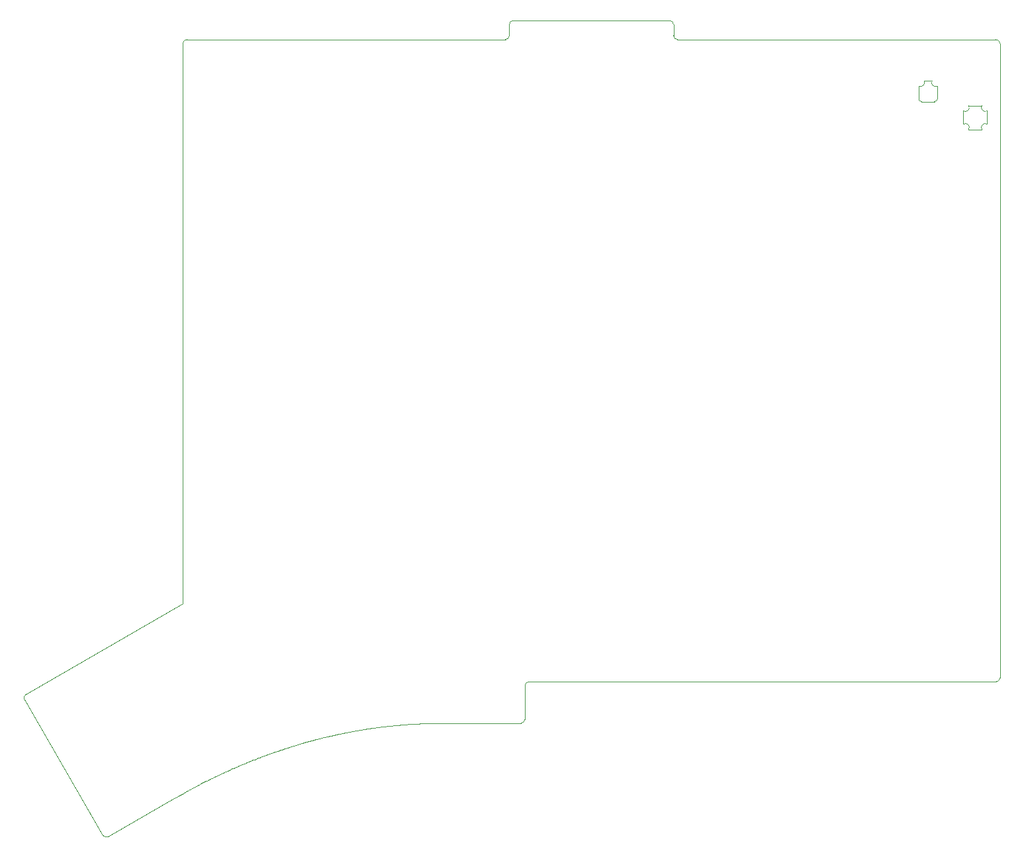
<source format=gbr>
%TF.GenerationSoftware,KiCad,Pcbnew,7.0.1*%
%TF.CreationDate,2023-05-27T21:35:13-04:00*%
%TF.ProjectId,pcb-right,7063622d-7269-4676-9874-2e6b69636164,0.3*%
%TF.SameCoordinates,Original*%
%TF.FileFunction,Profile,NP*%
%FSLAX46Y46*%
G04 Gerber Fmt 4.6, Leading zero omitted, Abs format (unit mm)*
G04 Created by KiCad (PCBNEW 7.0.1) date 2023-05-27 21:35:13*
%MOMM*%
%LPD*%
G01*
G04 APERTURE LIST*
%TA.AperFunction,Profile*%
%ADD10C,0.020000*%
%TD*%
%ADD11C,0.020000*%
%TA.AperFunction,Profile*%
%ADD12C,0.120000*%
%TD*%
G04 APERTURE END LIST*
D10*
X99450000Y-30687500D02*
G75*
G03*
X98950000Y-31187500I0J-500000D01*
G01*
X119950000Y-32612500D02*
X119950000Y-31187500D01*
X47614746Y-135080767D02*
X56275000Y-130080767D01*
D11*
X83227885Y-120973536D02*
X83160962Y-120981209D01*
X83093794Y-120988984D01*
X83026122Y-120996900D01*
X82957688Y-121005001D01*
X82888234Y-121013329D01*
X82817502Y-121021926D01*
X82745232Y-121030835D01*
X82671167Y-121040098D01*
X82595048Y-121049756D01*
X82516617Y-121059853D01*
X82435616Y-121070430D01*
X82351786Y-121081531D01*
X82264869Y-121093196D01*
X82174607Y-121105469D01*
X82080740Y-121118392D01*
X81983012Y-121132006D01*
X81881163Y-121146355D01*
X81774935Y-121161481D01*
X81664070Y-121177425D01*
X81548309Y-121194230D01*
X81427395Y-121211939D01*
X81301068Y-121230593D01*
X81169071Y-121250235D01*
X81031145Y-121270908D01*
X80887031Y-121292653D01*
X80736472Y-121315512D01*
X80579209Y-121339529D01*
X80414983Y-121364745D01*
X80243537Y-121391203D01*
X80064612Y-121418944D01*
X79877949Y-121448012D01*
X79683291Y-121478448D01*
D10*
X98450000Y-33112500D02*
G75*
G03*
X98950000Y-32612500I0J500000D01*
G01*
X100450000Y-120562500D02*
G75*
G03*
X100950000Y-120062500I0J500000D01*
G01*
D11*
X76185673Y-122174356D02*
X76120515Y-122189199D01*
X76055120Y-122204167D01*
X75989238Y-122219329D01*
X75922617Y-122234754D01*
X75855006Y-122250512D01*
X75786154Y-122266672D01*
X75715809Y-122283304D01*
X75643722Y-122300478D01*
X75569639Y-122318263D01*
X75493312Y-122336729D01*
X75414487Y-122355946D01*
X75332914Y-122375982D01*
X75248343Y-122396909D01*
X75160521Y-122418794D01*
X75069198Y-122441709D01*
X74974123Y-122465722D01*
X74875044Y-122490903D01*
X74771710Y-122517322D01*
X74663871Y-122545048D01*
X74551275Y-122574151D01*
X74433670Y-122604701D01*
X74310806Y-122636766D01*
X74182432Y-122670418D01*
X74048297Y-122705725D01*
X73908149Y-122742756D01*
X73761737Y-122781583D01*
X73608810Y-122822273D01*
X73449118Y-122864897D01*
X73282408Y-122909525D01*
X73108430Y-122956225D01*
X72926932Y-123005068D01*
X72737665Y-123056124D01*
D10*
X101450000Y-115287500D02*
G75*
G03*
X100950000Y-115787500I0J-500000D01*
G01*
X57200000Y-105298006D02*
X37114746Y-116894233D01*
D11*
X59463830Y-128338699D02*
X59403520Y-128369837D01*
X59342994Y-128401158D01*
X59282019Y-128432791D01*
X59220363Y-128464870D01*
X59157793Y-128497527D01*
X59094078Y-128530894D01*
X59028986Y-128565103D01*
X58962283Y-128600287D01*
X58893739Y-128636577D01*
X58823121Y-128674107D01*
X58750197Y-128713007D01*
X58674735Y-128753410D01*
X58596502Y-128795449D01*
X58515267Y-128839256D01*
X58430798Y-128884963D01*
X58342862Y-128932701D01*
X58251227Y-128982604D01*
X58155661Y-129034804D01*
X58055932Y-129089432D01*
X57951808Y-129146621D01*
X57843056Y-129206503D01*
X57729445Y-129269211D01*
X57610743Y-129334876D01*
X57486717Y-129403631D01*
X57357135Y-129475608D01*
X57221765Y-129550939D01*
X57080375Y-129629756D01*
X56932733Y-129712192D01*
X56778606Y-129798379D01*
X56617763Y-129888449D01*
X56449972Y-129982534D01*
X56275000Y-130080767D01*
D10*
X100950000Y-120062500D02*
X100950000Y-115787500D01*
X161700000Y-33612500D02*
G75*
G03*
X161200000Y-33112500I-500000J0D01*
G01*
X57700000Y-33112500D02*
G75*
G03*
X57200000Y-33612500I0J-500000D01*
G01*
D11*
X72737665Y-123056124D02*
X72673461Y-123074410D01*
X72609024Y-123092833D01*
X72544109Y-123111474D01*
X72478467Y-123130417D01*
X72411850Y-123149743D01*
X72344012Y-123169536D01*
X72274705Y-123189878D01*
X72203682Y-123210852D01*
X72130696Y-123232540D01*
X72055499Y-123255026D01*
X71977844Y-123278392D01*
X71897483Y-123302721D01*
X71814170Y-123328095D01*
X71727657Y-123354597D01*
X71637696Y-123382310D01*
X71544041Y-123411317D01*
X71446443Y-123441700D01*
X71344656Y-123473542D01*
X71238433Y-123506925D01*
X71127525Y-123541933D01*
X71011687Y-123578648D01*
X70890669Y-123617152D01*
X70764226Y-123657529D01*
X70632109Y-123699861D01*
X70494072Y-123744231D01*
X70349867Y-123790722D01*
X70199246Y-123839415D01*
X70041963Y-123890395D01*
X69877770Y-123943743D01*
X69706420Y-123999543D01*
X69527665Y-124057876D01*
X69341259Y-124118827D01*
D10*
X161200000Y-115287500D02*
G75*
G03*
X161700000Y-114787500I0J500000D01*
G01*
X57200000Y-105298006D02*
X57200000Y-33612500D01*
X37114773Y-116894280D02*
G75*
G03*
X36931733Y-117577246I250027J-433020D01*
G01*
D11*
X86817225Y-120666041D02*
X86749477Y-120669947D01*
X86681481Y-120673940D01*
X86612974Y-120678050D01*
X86543695Y-120682304D01*
X86473382Y-120686729D01*
X86401773Y-120691355D01*
X86328607Y-120696208D01*
X86253622Y-120701317D01*
X86176556Y-120706710D01*
X86097147Y-120712415D01*
X86015135Y-120718460D01*
X85930256Y-120724873D01*
X85842251Y-120731682D01*
X85750856Y-120738915D01*
X85655810Y-120746599D01*
X85556852Y-120754764D01*
X85453719Y-120763437D01*
X85346151Y-120772646D01*
X85233885Y-120782418D01*
X85116659Y-120792783D01*
X84994213Y-120803768D01*
X84866285Y-120815401D01*
X84732612Y-120827710D01*
X84592933Y-120840723D01*
X84446986Y-120854468D01*
X84294510Y-120868973D01*
X84135243Y-120884267D01*
X83968924Y-120900376D01*
X83795290Y-120917330D01*
X83614080Y-120935156D01*
X83425032Y-120953881D01*
X83227885Y-120973536D01*
D10*
X90450000Y-120562500D02*
X100450000Y-120562500D01*
X98950000Y-32612500D02*
X98950000Y-31187500D01*
X36931733Y-117577246D02*
X46931733Y-134897754D01*
X119950000Y-31187500D02*
G75*
G03*
X119450000Y-30687500I-500000J0D01*
G01*
X46931694Y-134897777D02*
G75*
G03*
X47614746Y-135080767I433006J249977D01*
G01*
X161700000Y-114787500D02*
X161700000Y-33612500D01*
X99450000Y-30687500D02*
X119450000Y-30687500D01*
X101450000Y-115287500D02*
X161200000Y-115287500D01*
D11*
X79683291Y-121478448D02*
X79617226Y-121489761D01*
X79550920Y-121501186D01*
X79484119Y-121512779D01*
X79416567Y-121524596D01*
X79348009Y-121536694D01*
X79278191Y-121549128D01*
X79206857Y-121561955D01*
X79133754Y-121575231D01*
X79058625Y-121589011D01*
X78981217Y-121603353D01*
X78901274Y-121618311D01*
X78818542Y-121633943D01*
X78732766Y-121650304D01*
X78643690Y-121667450D01*
X78551061Y-121685438D01*
X78454622Y-121704323D01*
X78354120Y-121724162D01*
X78249300Y-121745011D01*
X78139906Y-121766926D01*
X78025685Y-121789963D01*
X77906380Y-121814179D01*
X77781738Y-121839628D01*
X77651503Y-121866368D01*
X77515420Y-121894455D01*
X77373236Y-121923944D01*
X77224694Y-121954892D01*
X77069540Y-121987355D01*
X76907519Y-122021388D01*
X76738377Y-122057049D01*
X76561858Y-122094393D01*
X76377709Y-122133477D01*
X76185673Y-122174356D01*
X62704552Y-126763954D02*
X62643271Y-126791959D01*
X62581771Y-126820134D01*
X62519813Y-126848598D01*
X62457163Y-126877470D01*
X62393584Y-126906871D01*
X62328841Y-126936920D01*
X62262697Y-126967738D01*
X62194916Y-126999444D01*
X62125264Y-127032158D01*
X62053503Y-127066001D01*
X61979398Y-127101092D01*
X61902712Y-127137551D01*
X61823211Y-127175498D01*
X61740657Y-127215053D01*
X61654816Y-127256335D01*
X61565451Y-127299466D01*
X61472325Y-127344564D01*
X61375204Y-127391749D01*
X61273852Y-127441142D01*
X61168031Y-127492863D01*
X61057507Y-127547031D01*
X60942044Y-127603766D01*
X60821405Y-127663188D01*
X60695355Y-127725417D01*
X60563657Y-127790574D01*
X60426076Y-127858777D01*
X60282376Y-127930147D01*
X60132321Y-128004804D01*
X59975674Y-128082868D01*
X59812201Y-128164458D01*
X59641665Y-128249695D01*
X59463830Y-128338699D01*
X65996974Y-125356491D02*
X65934723Y-125381344D01*
X65872248Y-125406355D01*
X65809309Y-125431631D01*
X65745665Y-125457279D01*
X65681079Y-125483408D01*
X65615308Y-125510125D01*
X65548115Y-125537538D01*
X65479258Y-125565754D01*
X65408499Y-125594881D01*
X65335598Y-125625028D01*
X65260314Y-125656300D01*
X65182409Y-125688807D01*
X65101642Y-125722656D01*
X65017774Y-125757954D01*
X64930565Y-125794810D01*
X64839776Y-125833330D01*
X64745166Y-125873623D01*
X64646495Y-125915796D01*
X64543525Y-125959958D01*
X64436016Y-126006215D01*
X64323727Y-126054675D01*
X64206419Y-126105446D01*
X64083852Y-126158636D01*
X63955787Y-126214352D01*
X63821983Y-126272702D01*
X63682202Y-126333794D01*
X63536203Y-126397736D01*
X63383746Y-126464635D01*
X63224592Y-126534598D01*
X63058502Y-126607734D01*
X62885235Y-126684150D01*
X62704552Y-126763954D01*
D10*
X120450000Y-33112500D02*
X161200000Y-33112500D01*
X57700000Y-33112500D02*
X98450000Y-33112500D01*
D11*
X69341259Y-124118827D02*
X69278032Y-124140453D01*
X69214577Y-124162226D01*
X69150650Y-124184241D01*
X69086009Y-124206594D01*
X69020408Y-124229379D01*
X68953605Y-124252692D01*
X68885356Y-124276628D01*
X68815418Y-124301283D01*
X68743547Y-124326752D01*
X68669500Y-124353130D01*
X68593033Y-124380513D01*
X68513903Y-124408996D01*
X68431865Y-124438674D01*
X68346678Y-124469643D01*
X68258096Y-124501998D01*
X68165877Y-124535834D01*
X68069777Y-124571247D01*
X67969553Y-124608333D01*
X67864960Y-124647185D01*
X67755756Y-124687901D01*
X67641697Y-124730575D01*
X67522540Y-124775302D01*
X67398040Y-124822178D01*
X67267955Y-124871298D01*
X67132041Y-124922758D01*
X66990054Y-124976652D01*
X66841752Y-125033077D01*
X66686889Y-125092127D01*
X66525224Y-125153898D01*
X66356512Y-125218486D01*
X66180509Y-125285985D01*
X65996974Y-125356491D01*
D10*
X119950000Y-32612500D02*
G75*
G03*
X120450000Y-33112500I500000J0D01*
G01*
D11*
X90450000Y-120562500D02*
X90381444Y-120562532D01*
X90312635Y-120562639D01*
X90243310Y-120562833D01*
X90173202Y-120563128D01*
X90102048Y-120563536D01*
X90029581Y-120564072D01*
X89955538Y-120564748D01*
X89879654Y-120565578D01*
X89801662Y-120566575D01*
X89721300Y-120567751D01*
X89638301Y-120569122D01*
X89552401Y-120570698D01*
X89463335Y-120572495D01*
X89370838Y-120574525D01*
X89274645Y-120576801D01*
X89174491Y-120579337D01*
X89070112Y-120582146D01*
X88961242Y-120585241D01*
X88847617Y-120588636D01*
X88728971Y-120592343D01*
X88605041Y-120596376D01*
X88475560Y-120600748D01*
X88340264Y-120605473D01*
X88198889Y-120610563D01*
X88051169Y-120616032D01*
X87896839Y-120621894D01*
X87735635Y-120628160D01*
X87567291Y-120634846D01*
X87391543Y-120641964D01*
X87208126Y-120649526D01*
X87016775Y-120657548D01*
X86817225Y-120666041D01*
D12*
%TO.C,U2*%
X151994425Y-38391000D02*
X153035825Y-38391000D01*
X153721625Y-39076800D02*
X153721625Y-40677000D01*
X151308625Y-40677000D02*
X151308625Y-39076800D01*
X153340625Y-41058000D02*
X151689625Y-41058000D01*
X157709425Y-41566000D02*
X159385825Y-41566000D01*
X160071625Y-42251800D02*
X160071625Y-43928200D01*
X157023625Y-42251800D02*
X157023625Y-43928200D01*
X157709425Y-44614000D02*
X159385825Y-44614000D01*
X151308625Y-39076800D02*
G75*
G03*
X151994425Y-38391000I247753J438047D01*
G01*
X153035825Y-38391000D02*
G75*
G03*
X153721625Y-39076800I438047J-247753D01*
G01*
X153340625Y-41058000D02*
G75*
G03*
X153721625Y-40677000I1J380999D01*
G01*
X151308625Y-40677000D02*
G75*
G03*
X151689625Y-41058000I380999J-1D01*
G01*
X157023625Y-42251800D02*
G75*
G03*
X157709425Y-41566000I247753J438047D01*
G01*
X159385825Y-41566000D02*
G75*
G03*
X160071625Y-42251800I438047J-247753D01*
G01*
X157709425Y-44614000D02*
G75*
G03*
X157023625Y-43928200I-438047J247753D01*
G01*
X160071625Y-43928200D02*
G75*
G03*
X159385825Y-44614000I-247750J-438050D01*
G01*
%TD*%
M02*

</source>
